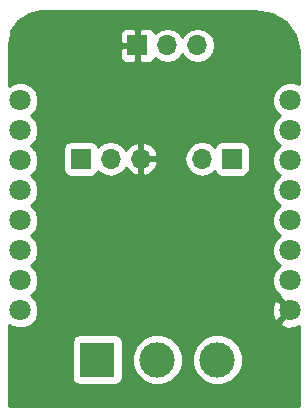
<source format=gbr>
G04 #@! TF.FileFunction,Copper,L2,Bot,Signal*
%FSLAX46Y46*%
G04 Gerber Fmt 4.6, Leading zero omitted, Abs format (unit mm)*
G04 Created by KiCad (PCBNEW 4.0.7) date 08/03/18 16:25:06*
%MOMM*%
%LPD*%
G01*
G04 APERTURE LIST*
%ADD10C,0.100000*%
%ADD11R,1.700000X1.700000*%
%ADD12O,1.700000X1.700000*%
%ADD13R,3.000000X3.000000*%
%ADD14C,3.000000*%
%ADD15C,1.800000*%
%ADD16C,0.685800*%
%ADD17C,0.254000*%
G04 APERTURE END LIST*
D10*
D11*
X155000000Y-99800000D03*
D12*
X152460000Y-99800000D03*
D11*
X142200000Y-99800000D03*
D12*
X144740000Y-99800000D03*
X147280000Y-99800000D03*
D11*
X147000000Y-90200000D03*
D12*
X149540000Y-90200000D03*
X152080000Y-90200000D03*
D13*
X143600000Y-116800000D03*
D14*
X148680000Y-116800000D03*
X153760000Y-116800000D03*
D15*
X137071100Y-94843600D03*
X137071100Y-97383600D03*
X137071100Y-99923600D03*
X137071100Y-102463600D03*
X137071100Y-105003600D03*
X137071100Y-107543600D03*
X137071100Y-110083600D03*
X137071100Y-112623600D03*
X159931100Y-112623600D03*
X159931100Y-110083600D03*
X159931100Y-107543600D03*
X159931100Y-105003600D03*
X159931100Y-102463600D03*
X159931100Y-99923600D03*
X159931100Y-97383600D03*
X159931100Y-94843600D03*
D16*
X150600000Y-106200000D03*
X147600000Y-106200000D03*
D17*
G36*
X158377593Y-87524395D02*
X159541472Y-88224379D01*
X160348885Y-89316480D01*
X160690000Y-90687028D01*
X160690000Y-93496649D01*
X160237770Y-93308867D01*
X159627109Y-93308335D01*
X159062729Y-93541532D01*
X158630549Y-93972957D01*
X158396367Y-94536930D01*
X158395835Y-95147591D01*
X158629032Y-95711971D01*
X159030282Y-96113923D01*
X158630549Y-96512957D01*
X158396367Y-97076930D01*
X158395835Y-97687591D01*
X158629032Y-98251971D01*
X159030282Y-98653923D01*
X158630549Y-99052957D01*
X158396367Y-99616930D01*
X158395835Y-100227591D01*
X158629032Y-100791971D01*
X159030282Y-101193923D01*
X158630549Y-101592957D01*
X158396367Y-102156930D01*
X158395835Y-102767591D01*
X158629032Y-103331971D01*
X159030282Y-103733923D01*
X158630549Y-104132957D01*
X158396367Y-104696930D01*
X158395835Y-105307591D01*
X158629032Y-105871971D01*
X159030282Y-106273923D01*
X158630549Y-106672957D01*
X158396367Y-107236930D01*
X158395835Y-107847591D01*
X158629032Y-108411971D01*
X159030282Y-108813923D01*
X158630549Y-109212957D01*
X158396367Y-109776930D01*
X158395835Y-110387591D01*
X158629032Y-110951971D01*
X159060457Y-111384151D01*
X159081294Y-111392803D01*
X159030546Y-111543441D01*
X159931100Y-112443995D01*
X159945243Y-112429853D01*
X160124848Y-112609458D01*
X160110705Y-112623600D01*
X160124848Y-112637743D01*
X159945243Y-112817348D01*
X159931100Y-112803205D01*
X159030546Y-113703759D01*
X159116952Y-113960243D01*
X159690436Y-114170058D01*
X160300560Y-114144439D01*
X160690000Y-113983127D01*
X160690000Y-120690000D01*
X136110000Y-120690000D01*
X136110000Y-115300000D01*
X141452560Y-115300000D01*
X141452560Y-118300000D01*
X141496838Y-118535317D01*
X141635910Y-118751441D01*
X141848110Y-118896431D01*
X142100000Y-118947440D01*
X145100000Y-118947440D01*
X145335317Y-118903162D01*
X145551441Y-118764090D01*
X145696431Y-118551890D01*
X145747440Y-118300000D01*
X145747440Y-117222815D01*
X146544630Y-117222815D01*
X146868980Y-118007800D01*
X147469041Y-118608909D01*
X148253459Y-118934628D01*
X149102815Y-118935370D01*
X149887800Y-118611020D01*
X150488909Y-118010959D01*
X150814628Y-117226541D01*
X150814631Y-117222815D01*
X151624630Y-117222815D01*
X151948980Y-118007800D01*
X152549041Y-118608909D01*
X153333459Y-118934628D01*
X154182815Y-118935370D01*
X154967800Y-118611020D01*
X155568909Y-118010959D01*
X155894628Y-117226541D01*
X155895370Y-116377185D01*
X155571020Y-115592200D01*
X154970959Y-114991091D01*
X154186541Y-114665372D01*
X153337185Y-114664630D01*
X152552200Y-114988980D01*
X151951091Y-115589041D01*
X151625372Y-116373459D01*
X151624630Y-117222815D01*
X150814631Y-117222815D01*
X150815370Y-116377185D01*
X150491020Y-115592200D01*
X149890959Y-114991091D01*
X149106541Y-114665372D01*
X148257185Y-114664630D01*
X147472200Y-114988980D01*
X146871091Y-115589041D01*
X146545372Y-116373459D01*
X146544630Y-117222815D01*
X145747440Y-117222815D01*
X145747440Y-115300000D01*
X145703162Y-115064683D01*
X145564090Y-114848559D01*
X145351890Y-114703569D01*
X145100000Y-114652560D01*
X142100000Y-114652560D01*
X141864683Y-114696838D01*
X141648559Y-114835910D01*
X141503569Y-115048110D01*
X141452560Y-115300000D01*
X136110000Y-115300000D01*
X136110000Y-113833536D01*
X136200457Y-113924151D01*
X136764430Y-114158333D01*
X137375091Y-114158865D01*
X137939471Y-113925668D01*
X138371651Y-113494243D01*
X138605833Y-112930270D01*
X138606309Y-112382936D01*
X158384642Y-112382936D01*
X158410261Y-112993060D01*
X158594457Y-113437748D01*
X158850941Y-113524154D01*
X159751495Y-112623600D01*
X158850941Y-111723046D01*
X158594457Y-111809452D01*
X158384642Y-112382936D01*
X138606309Y-112382936D01*
X138606365Y-112319609D01*
X138373168Y-111755229D01*
X137971918Y-111353277D01*
X138371651Y-110954243D01*
X138605833Y-110390270D01*
X138606365Y-109779609D01*
X138373168Y-109215229D01*
X137971918Y-108813277D01*
X138371651Y-108414243D01*
X138605833Y-107850270D01*
X138606365Y-107239609D01*
X138373168Y-106675229D01*
X137971918Y-106273277D01*
X138371651Y-105874243D01*
X138605833Y-105310270D01*
X138606365Y-104699609D01*
X138373168Y-104135229D01*
X137971918Y-103733277D01*
X138371651Y-103334243D01*
X138605833Y-102770270D01*
X138606365Y-102159609D01*
X138373168Y-101595229D01*
X137971918Y-101193277D01*
X138371651Y-100794243D01*
X138605833Y-100230270D01*
X138606365Y-99619609D01*
X138373168Y-99055229D01*
X138268123Y-98950000D01*
X140702560Y-98950000D01*
X140702560Y-100650000D01*
X140746838Y-100885317D01*
X140885910Y-101101441D01*
X141098110Y-101246431D01*
X141350000Y-101297440D01*
X143050000Y-101297440D01*
X143285317Y-101253162D01*
X143501441Y-101114090D01*
X143646431Y-100901890D01*
X143660086Y-100834459D01*
X143689946Y-100879147D01*
X144171715Y-101201054D01*
X144740000Y-101314093D01*
X145308285Y-101201054D01*
X145790054Y-100879147D01*
X146017702Y-100538447D01*
X146084817Y-100681358D01*
X146513076Y-101071645D01*
X146923110Y-101241476D01*
X147153000Y-101120155D01*
X147153000Y-99927000D01*
X147407000Y-99927000D01*
X147407000Y-101120155D01*
X147636890Y-101241476D01*
X148046924Y-101071645D01*
X148475183Y-100681358D01*
X148721486Y-100156892D01*
X148600819Y-99927000D01*
X147407000Y-99927000D01*
X147153000Y-99927000D01*
X147133000Y-99927000D01*
X147133000Y-99770907D01*
X150975000Y-99770907D01*
X150975000Y-99829093D01*
X151088039Y-100397378D01*
X151409946Y-100879147D01*
X151891715Y-101201054D01*
X152460000Y-101314093D01*
X153028285Y-101201054D01*
X153510054Y-100879147D01*
X153537850Y-100837548D01*
X153546838Y-100885317D01*
X153685910Y-101101441D01*
X153898110Y-101246431D01*
X154150000Y-101297440D01*
X155850000Y-101297440D01*
X156085317Y-101253162D01*
X156301441Y-101114090D01*
X156446431Y-100901890D01*
X156497440Y-100650000D01*
X156497440Y-98950000D01*
X156453162Y-98714683D01*
X156314090Y-98498559D01*
X156101890Y-98353569D01*
X155850000Y-98302560D01*
X154150000Y-98302560D01*
X153914683Y-98346838D01*
X153698559Y-98485910D01*
X153553569Y-98698110D01*
X153539914Y-98765541D01*
X153510054Y-98720853D01*
X153028285Y-98398946D01*
X152460000Y-98285907D01*
X151891715Y-98398946D01*
X151409946Y-98720853D01*
X151088039Y-99202622D01*
X150975000Y-99770907D01*
X147133000Y-99770907D01*
X147133000Y-99673000D01*
X147153000Y-99673000D01*
X147153000Y-98479845D01*
X147407000Y-98479845D01*
X147407000Y-99673000D01*
X148600819Y-99673000D01*
X148721486Y-99443108D01*
X148475183Y-98918642D01*
X148046924Y-98528355D01*
X147636890Y-98358524D01*
X147407000Y-98479845D01*
X147153000Y-98479845D01*
X146923110Y-98358524D01*
X146513076Y-98528355D01*
X146084817Y-98918642D01*
X146017702Y-99061553D01*
X145790054Y-98720853D01*
X145308285Y-98398946D01*
X144740000Y-98285907D01*
X144171715Y-98398946D01*
X143689946Y-98720853D01*
X143662150Y-98762452D01*
X143653162Y-98714683D01*
X143514090Y-98498559D01*
X143301890Y-98353569D01*
X143050000Y-98302560D01*
X141350000Y-98302560D01*
X141114683Y-98346838D01*
X140898559Y-98485910D01*
X140753569Y-98698110D01*
X140702560Y-98950000D01*
X138268123Y-98950000D01*
X137971918Y-98653277D01*
X138371651Y-98254243D01*
X138605833Y-97690270D01*
X138606365Y-97079609D01*
X138373168Y-96515229D01*
X137971918Y-96113277D01*
X138371651Y-95714243D01*
X138605833Y-95150270D01*
X138606365Y-94539609D01*
X138373168Y-93975229D01*
X137941743Y-93543049D01*
X137377770Y-93308867D01*
X136767109Y-93308335D01*
X136202729Y-93541532D01*
X136110000Y-93634099D01*
X136110000Y-90485750D01*
X145515000Y-90485750D01*
X145515000Y-91176309D01*
X145611673Y-91409698D01*
X145790301Y-91588327D01*
X146023690Y-91685000D01*
X146714250Y-91685000D01*
X146873000Y-91526250D01*
X146873000Y-90327000D01*
X145673750Y-90327000D01*
X145515000Y-90485750D01*
X136110000Y-90485750D01*
X136110000Y-90069931D01*
X136278327Y-89223691D01*
X145515000Y-89223691D01*
X145515000Y-89914250D01*
X145673750Y-90073000D01*
X146873000Y-90073000D01*
X146873000Y-88873750D01*
X147127000Y-88873750D01*
X147127000Y-90073000D01*
X147147000Y-90073000D01*
X147147000Y-90327000D01*
X147127000Y-90327000D01*
X147127000Y-91526250D01*
X147285750Y-91685000D01*
X147976310Y-91685000D01*
X148209699Y-91588327D01*
X148388327Y-91409698D01*
X148460597Y-91235223D01*
X148489946Y-91279147D01*
X148971715Y-91601054D01*
X149540000Y-91714093D01*
X150108285Y-91601054D01*
X150590054Y-91279147D01*
X150810000Y-90949974D01*
X151029946Y-91279147D01*
X151511715Y-91601054D01*
X152080000Y-91714093D01*
X152648285Y-91601054D01*
X153130054Y-91279147D01*
X153451961Y-90797378D01*
X153565000Y-90229093D01*
X153565000Y-90170907D01*
X153451961Y-89602622D01*
X153130054Y-89120853D01*
X152648285Y-88798946D01*
X152080000Y-88685907D01*
X151511715Y-88798946D01*
X151029946Y-89120853D01*
X150810000Y-89450026D01*
X150590054Y-89120853D01*
X150108285Y-88798946D01*
X149540000Y-88685907D01*
X148971715Y-88798946D01*
X148489946Y-89120853D01*
X148460597Y-89164777D01*
X148388327Y-88990302D01*
X148209699Y-88811673D01*
X147976310Y-88715000D01*
X147285750Y-88715000D01*
X147127000Y-88873750D01*
X146873000Y-88873750D01*
X146714250Y-88715000D01*
X146023690Y-88715000D01*
X145790301Y-88811673D01*
X145611673Y-88990302D01*
X145515000Y-89223691D01*
X136278327Y-89223691D01*
X136327616Y-88975903D01*
X136907720Y-88107717D01*
X137775903Y-87527616D01*
X138869927Y-87310000D01*
X156947089Y-87310000D01*
X158377593Y-87524395D01*
X158377593Y-87524395D01*
G37*
X158377593Y-87524395D02*
X159541472Y-88224379D01*
X160348885Y-89316480D01*
X160690000Y-90687028D01*
X160690000Y-93496649D01*
X160237770Y-93308867D01*
X159627109Y-93308335D01*
X159062729Y-93541532D01*
X158630549Y-93972957D01*
X158396367Y-94536930D01*
X158395835Y-95147591D01*
X158629032Y-95711971D01*
X159030282Y-96113923D01*
X158630549Y-96512957D01*
X158396367Y-97076930D01*
X158395835Y-97687591D01*
X158629032Y-98251971D01*
X159030282Y-98653923D01*
X158630549Y-99052957D01*
X158396367Y-99616930D01*
X158395835Y-100227591D01*
X158629032Y-100791971D01*
X159030282Y-101193923D01*
X158630549Y-101592957D01*
X158396367Y-102156930D01*
X158395835Y-102767591D01*
X158629032Y-103331971D01*
X159030282Y-103733923D01*
X158630549Y-104132957D01*
X158396367Y-104696930D01*
X158395835Y-105307591D01*
X158629032Y-105871971D01*
X159030282Y-106273923D01*
X158630549Y-106672957D01*
X158396367Y-107236930D01*
X158395835Y-107847591D01*
X158629032Y-108411971D01*
X159030282Y-108813923D01*
X158630549Y-109212957D01*
X158396367Y-109776930D01*
X158395835Y-110387591D01*
X158629032Y-110951971D01*
X159060457Y-111384151D01*
X159081294Y-111392803D01*
X159030546Y-111543441D01*
X159931100Y-112443995D01*
X159945243Y-112429853D01*
X160124848Y-112609458D01*
X160110705Y-112623600D01*
X160124848Y-112637743D01*
X159945243Y-112817348D01*
X159931100Y-112803205D01*
X159030546Y-113703759D01*
X159116952Y-113960243D01*
X159690436Y-114170058D01*
X160300560Y-114144439D01*
X160690000Y-113983127D01*
X160690000Y-120690000D01*
X136110000Y-120690000D01*
X136110000Y-115300000D01*
X141452560Y-115300000D01*
X141452560Y-118300000D01*
X141496838Y-118535317D01*
X141635910Y-118751441D01*
X141848110Y-118896431D01*
X142100000Y-118947440D01*
X145100000Y-118947440D01*
X145335317Y-118903162D01*
X145551441Y-118764090D01*
X145696431Y-118551890D01*
X145747440Y-118300000D01*
X145747440Y-117222815D01*
X146544630Y-117222815D01*
X146868980Y-118007800D01*
X147469041Y-118608909D01*
X148253459Y-118934628D01*
X149102815Y-118935370D01*
X149887800Y-118611020D01*
X150488909Y-118010959D01*
X150814628Y-117226541D01*
X150814631Y-117222815D01*
X151624630Y-117222815D01*
X151948980Y-118007800D01*
X152549041Y-118608909D01*
X153333459Y-118934628D01*
X154182815Y-118935370D01*
X154967800Y-118611020D01*
X155568909Y-118010959D01*
X155894628Y-117226541D01*
X155895370Y-116377185D01*
X155571020Y-115592200D01*
X154970959Y-114991091D01*
X154186541Y-114665372D01*
X153337185Y-114664630D01*
X152552200Y-114988980D01*
X151951091Y-115589041D01*
X151625372Y-116373459D01*
X151624630Y-117222815D01*
X150814631Y-117222815D01*
X150815370Y-116377185D01*
X150491020Y-115592200D01*
X149890959Y-114991091D01*
X149106541Y-114665372D01*
X148257185Y-114664630D01*
X147472200Y-114988980D01*
X146871091Y-115589041D01*
X146545372Y-116373459D01*
X146544630Y-117222815D01*
X145747440Y-117222815D01*
X145747440Y-115300000D01*
X145703162Y-115064683D01*
X145564090Y-114848559D01*
X145351890Y-114703569D01*
X145100000Y-114652560D01*
X142100000Y-114652560D01*
X141864683Y-114696838D01*
X141648559Y-114835910D01*
X141503569Y-115048110D01*
X141452560Y-115300000D01*
X136110000Y-115300000D01*
X136110000Y-113833536D01*
X136200457Y-113924151D01*
X136764430Y-114158333D01*
X137375091Y-114158865D01*
X137939471Y-113925668D01*
X138371651Y-113494243D01*
X138605833Y-112930270D01*
X138606309Y-112382936D01*
X158384642Y-112382936D01*
X158410261Y-112993060D01*
X158594457Y-113437748D01*
X158850941Y-113524154D01*
X159751495Y-112623600D01*
X158850941Y-111723046D01*
X158594457Y-111809452D01*
X158384642Y-112382936D01*
X138606309Y-112382936D01*
X138606365Y-112319609D01*
X138373168Y-111755229D01*
X137971918Y-111353277D01*
X138371651Y-110954243D01*
X138605833Y-110390270D01*
X138606365Y-109779609D01*
X138373168Y-109215229D01*
X137971918Y-108813277D01*
X138371651Y-108414243D01*
X138605833Y-107850270D01*
X138606365Y-107239609D01*
X138373168Y-106675229D01*
X137971918Y-106273277D01*
X138371651Y-105874243D01*
X138605833Y-105310270D01*
X138606365Y-104699609D01*
X138373168Y-104135229D01*
X137971918Y-103733277D01*
X138371651Y-103334243D01*
X138605833Y-102770270D01*
X138606365Y-102159609D01*
X138373168Y-101595229D01*
X137971918Y-101193277D01*
X138371651Y-100794243D01*
X138605833Y-100230270D01*
X138606365Y-99619609D01*
X138373168Y-99055229D01*
X138268123Y-98950000D01*
X140702560Y-98950000D01*
X140702560Y-100650000D01*
X140746838Y-100885317D01*
X140885910Y-101101441D01*
X141098110Y-101246431D01*
X141350000Y-101297440D01*
X143050000Y-101297440D01*
X143285317Y-101253162D01*
X143501441Y-101114090D01*
X143646431Y-100901890D01*
X143660086Y-100834459D01*
X143689946Y-100879147D01*
X144171715Y-101201054D01*
X144740000Y-101314093D01*
X145308285Y-101201054D01*
X145790054Y-100879147D01*
X146017702Y-100538447D01*
X146084817Y-100681358D01*
X146513076Y-101071645D01*
X146923110Y-101241476D01*
X147153000Y-101120155D01*
X147153000Y-99927000D01*
X147407000Y-99927000D01*
X147407000Y-101120155D01*
X147636890Y-101241476D01*
X148046924Y-101071645D01*
X148475183Y-100681358D01*
X148721486Y-100156892D01*
X148600819Y-99927000D01*
X147407000Y-99927000D01*
X147153000Y-99927000D01*
X147133000Y-99927000D01*
X147133000Y-99770907D01*
X150975000Y-99770907D01*
X150975000Y-99829093D01*
X151088039Y-100397378D01*
X151409946Y-100879147D01*
X151891715Y-101201054D01*
X152460000Y-101314093D01*
X153028285Y-101201054D01*
X153510054Y-100879147D01*
X153537850Y-100837548D01*
X153546838Y-100885317D01*
X153685910Y-101101441D01*
X153898110Y-101246431D01*
X154150000Y-101297440D01*
X155850000Y-101297440D01*
X156085317Y-101253162D01*
X156301441Y-101114090D01*
X156446431Y-100901890D01*
X156497440Y-100650000D01*
X156497440Y-98950000D01*
X156453162Y-98714683D01*
X156314090Y-98498559D01*
X156101890Y-98353569D01*
X155850000Y-98302560D01*
X154150000Y-98302560D01*
X153914683Y-98346838D01*
X153698559Y-98485910D01*
X153553569Y-98698110D01*
X153539914Y-98765541D01*
X153510054Y-98720853D01*
X153028285Y-98398946D01*
X152460000Y-98285907D01*
X151891715Y-98398946D01*
X151409946Y-98720853D01*
X151088039Y-99202622D01*
X150975000Y-99770907D01*
X147133000Y-99770907D01*
X147133000Y-99673000D01*
X147153000Y-99673000D01*
X147153000Y-98479845D01*
X147407000Y-98479845D01*
X147407000Y-99673000D01*
X148600819Y-99673000D01*
X148721486Y-99443108D01*
X148475183Y-98918642D01*
X148046924Y-98528355D01*
X147636890Y-98358524D01*
X147407000Y-98479845D01*
X147153000Y-98479845D01*
X146923110Y-98358524D01*
X146513076Y-98528355D01*
X146084817Y-98918642D01*
X146017702Y-99061553D01*
X145790054Y-98720853D01*
X145308285Y-98398946D01*
X144740000Y-98285907D01*
X144171715Y-98398946D01*
X143689946Y-98720853D01*
X143662150Y-98762452D01*
X143653162Y-98714683D01*
X143514090Y-98498559D01*
X143301890Y-98353569D01*
X143050000Y-98302560D01*
X141350000Y-98302560D01*
X141114683Y-98346838D01*
X140898559Y-98485910D01*
X140753569Y-98698110D01*
X140702560Y-98950000D01*
X138268123Y-98950000D01*
X137971918Y-98653277D01*
X138371651Y-98254243D01*
X138605833Y-97690270D01*
X138606365Y-97079609D01*
X138373168Y-96515229D01*
X137971918Y-96113277D01*
X138371651Y-95714243D01*
X138605833Y-95150270D01*
X138606365Y-94539609D01*
X138373168Y-93975229D01*
X137941743Y-93543049D01*
X137377770Y-93308867D01*
X136767109Y-93308335D01*
X136202729Y-93541532D01*
X136110000Y-93634099D01*
X136110000Y-90485750D01*
X145515000Y-90485750D01*
X145515000Y-91176309D01*
X145611673Y-91409698D01*
X145790301Y-91588327D01*
X146023690Y-91685000D01*
X146714250Y-91685000D01*
X146873000Y-91526250D01*
X146873000Y-90327000D01*
X145673750Y-90327000D01*
X145515000Y-90485750D01*
X136110000Y-90485750D01*
X136110000Y-90069931D01*
X136278327Y-89223691D01*
X145515000Y-89223691D01*
X145515000Y-89914250D01*
X145673750Y-90073000D01*
X146873000Y-90073000D01*
X146873000Y-88873750D01*
X147127000Y-88873750D01*
X147127000Y-90073000D01*
X147147000Y-90073000D01*
X147147000Y-90327000D01*
X147127000Y-90327000D01*
X147127000Y-91526250D01*
X147285750Y-91685000D01*
X147976310Y-91685000D01*
X148209699Y-91588327D01*
X148388327Y-91409698D01*
X148460597Y-91235223D01*
X148489946Y-91279147D01*
X148971715Y-91601054D01*
X149540000Y-91714093D01*
X150108285Y-91601054D01*
X150590054Y-91279147D01*
X150810000Y-90949974D01*
X151029946Y-91279147D01*
X151511715Y-91601054D01*
X152080000Y-91714093D01*
X152648285Y-91601054D01*
X153130054Y-91279147D01*
X153451961Y-90797378D01*
X153565000Y-90229093D01*
X153565000Y-90170907D01*
X153451961Y-89602622D01*
X153130054Y-89120853D01*
X152648285Y-88798946D01*
X152080000Y-88685907D01*
X151511715Y-88798946D01*
X151029946Y-89120853D01*
X150810000Y-89450026D01*
X150590054Y-89120853D01*
X150108285Y-88798946D01*
X149540000Y-88685907D01*
X148971715Y-88798946D01*
X148489946Y-89120853D01*
X148460597Y-89164777D01*
X148388327Y-88990302D01*
X148209699Y-88811673D01*
X147976310Y-88715000D01*
X147285750Y-88715000D01*
X147127000Y-88873750D01*
X146873000Y-88873750D01*
X146714250Y-88715000D01*
X146023690Y-88715000D01*
X145790301Y-88811673D01*
X145611673Y-88990302D01*
X145515000Y-89223691D01*
X136278327Y-89223691D01*
X136327616Y-88975903D01*
X136907720Y-88107717D01*
X137775903Y-87527616D01*
X138869927Y-87310000D01*
X156947089Y-87310000D01*
X158377593Y-87524395D01*
M02*

</source>
